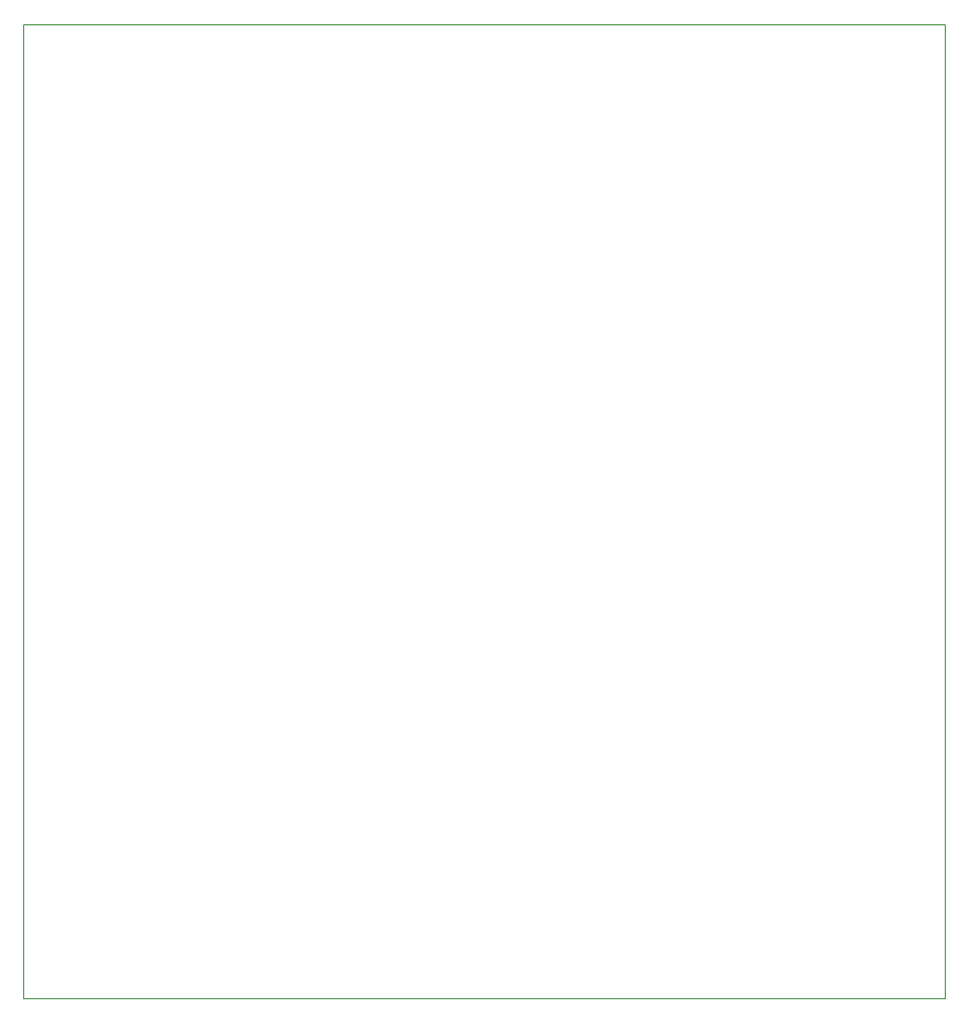
<source format=gbo>
G04 MADE WITH FRITZING*
G04 WWW.FRITZING.ORG*
G04 DOUBLE SIDED*
G04 HOLES PLATED*
G04 CONTOUR ON CENTER OF CONTOUR VECTOR*
%ASAXBY*%
%FSLAX23Y23*%
%MOIN*%
%OFA0B0*%
%SFA1.0B1.0*%
%ADD10R,5.590560X5.905520X5.574560X5.889520*%
%ADD11C,0.008000*%
%LNSILK0*%
G90*
G70*
G54D11*
X4Y5902D02*
X5587Y5902D01*
X5587Y4D01*
X4Y4D01*
X4Y5902D01*
D02*
G04 End of Silk0*
M02*
</source>
